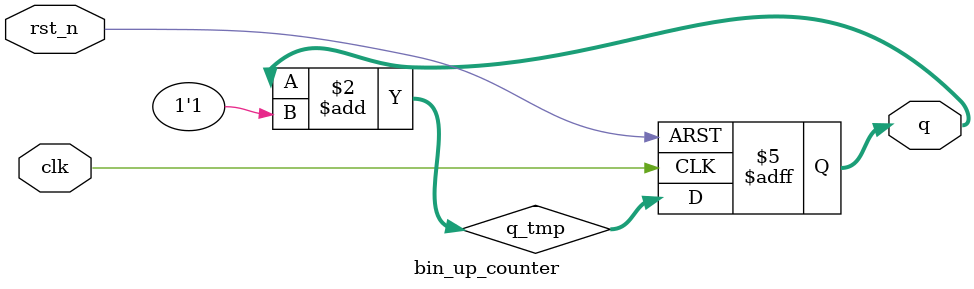
<source format=v>
`timescale 1ns / 1ps
module bin_up_counter(
	 q,
	 clk,
	 rst_n
    );
output [3:0] q;
input clk;
input rst_n;
reg [3:0] q;
reg [3:0] q_tmp;

always @*
	q_tmp = q + 1'b1;
	
always @(posedge clk or negedge rst_n)
	if(~rst_n) q<=4'b0000;
	else q<=q_tmp;


endmodule

</source>
